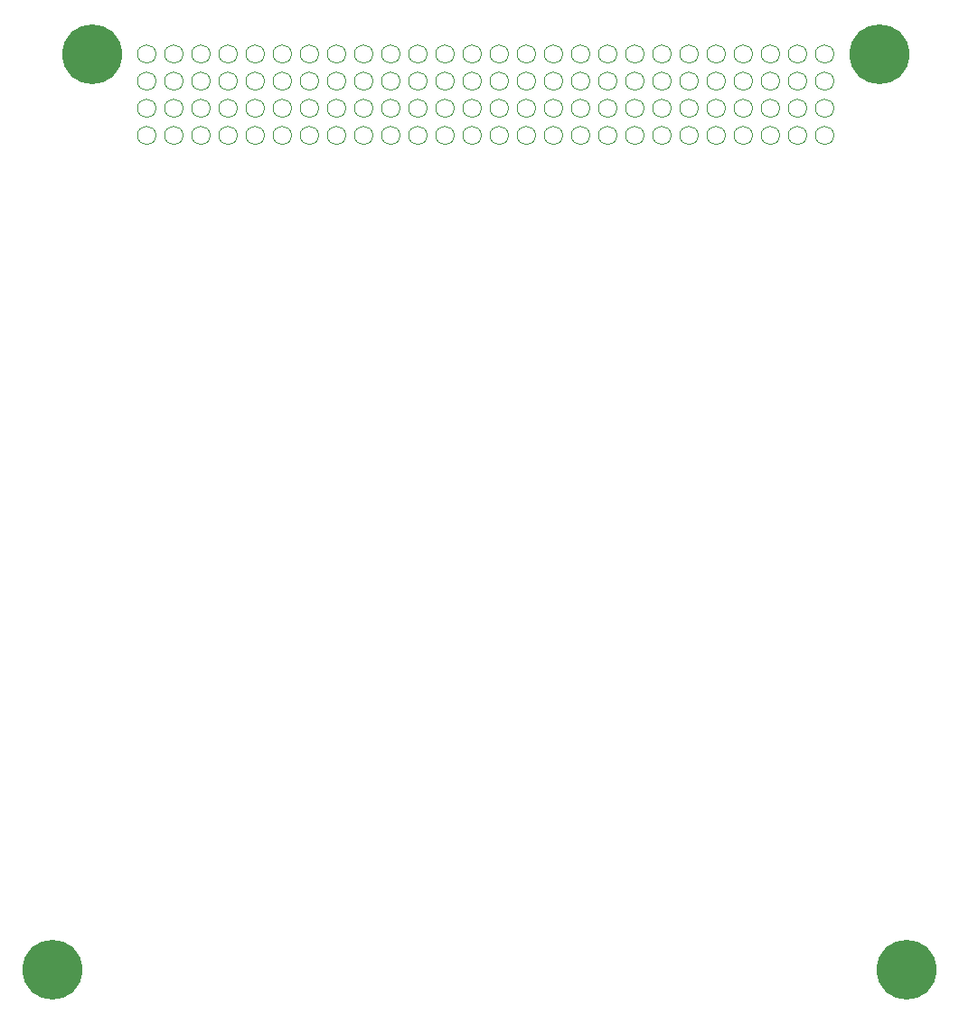
<source format=gts>
G04 #@! TF.GenerationSoftware,KiCad,Pcbnew,7.0.9-1.fc38*
G04 #@! TF.CreationDate,2023-11-17T02:49:10-03:00*
G04 #@! TF.ProjectId,pc104-adapter-top,70633130-342d-4616-9461-707465722d74,v2.1*
G04 #@! TF.SameCoordinates,Original*
G04 #@! TF.FileFunction,Soldermask,Top*
G04 #@! TF.FilePolarity,Negative*
%FSLAX46Y46*%
G04 Gerber Fmt 4.6, Leading zero omitted, Abs format (unit mm)*
G04 Created by KiCad (PCBNEW 7.0.9-1.fc38) date 2023-11-17 02:49:10*
%MOMM*%
%LPD*%
G01*
G04 APERTURE LIST*
%ADD10C,0.100000*%
%ADD11C,5.600000*%
G04 APERTURE END LIST*
D10*
X116011000Y-54636000D02*
G75*
G03*
X116011000Y-54636000I-861000J0D01*
G01*
X116011000Y-57176000D02*
G75*
G03*
X116011000Y-57176000I-861000J0D01*
G01*
X118551000Y-54636000D02*
G75*
G03*
X118551000Y-54636000I-861000J0D01*
G01*
X118551000Y-57176000D02*
G75*
G03*
X118551000Y-57176000I-861000J0D01*
G01*
X121091000Y-54636000D02*
G75*
G03*
X121091000Y-54636000I-861000J0D01*
G01*
X121091000Y-57176000D02*
G75*
G03*
X121091000Y-57176000I-861000J0D01*
G01*
X123631000Y-54636000D02*
G75*
G03*
X123631000Y-54636000I-861000J0D01*
G01*
X123631000Y-57176000D02*
G75*
G03*
X123631000Y-57176000I-861000J0D01*
G01*
X126171000Y-54636000D02*
G75*
G03*
X126171000Y-54636000I-861000J0D01*
G01*
X126171000Y-57176000D02*
G75*
G03*
X126171000Y-57176000I-861000J0D01*
G01*
X128711000Y-54636000D02*
G75*
G03*
X128711000Y-54636000I-861000J0D01*
G01*
X128711000Y-57176000D02*
G75*
G03*
X128711000Y-57176000I-861000J0D01*
G01*
X131251000Y-54636000D02*
G75*
G03*
X131251000Y-54636000I-861000J0D01*
G01*
X131251000Y-57176000D02*
G75*
G03*
X131251000Y-57176000I-861000J0D01*
G01*
X133791000Y-54636000D02*
G75*
G03*
X133791000Y-54636000I-861000J0D01*
G01*
X133791000Y-57176000D02*
G75*
G03*
X133791000Y-57176000I-861000J0D01*
G01*
X136331000Y-54636000D02*
G75*
G03*
X136331000Y-54636000I-861000J0D01*
G01*
X136331000Y-57176000D02*
G75*
G03*
X136331000Y-57176000I-861000J0D01*
G01*
X138871000Y-54636000D02*
G75*
G03*
X138871000Y-54636000I-861000J0D01*
G01*
X138871000Y-57176000D02*
G75*
G03*
X138871000Y-57176000I-861000J0D01*
G01*
X141411000Y-54636000D02*
G75*
G03*
X141411000Y-54636000I-861000J0D01*
G01*
X141411000Y-57176000D02*
G75*
G03*
X141411000Y-57176000I-861000J0D01*
G01*
X143951000Y-54636000D02*
G75*
G03*
X143951000Y-54636000I-861000J0D01*
G01*
X143951000Y-57176000D02*
G75*
G03*
X143951000Y-57176000I-861000J0D01*
G01*
X146491000Y-54636000D02*
G75*
G03*
X146491000Y-54636000I-861000J0D01*
G01*
X146491000Y-57176000D02*
G75*
G03*
X146491000Y-57176000I-861000J0D01*
G01*
X149031000Y-54636000D02*
G75*
G03*
X149031000Y-54636000I-861000J0D01*
G01*
X149031000Y-57176000D02*
G75*
G03*
X149031000Y-57176000I-861000J0D01*
G01*
X151571000Y-54636000D02*
G75*
G03*
X151571000Y-54636000I-861000J0D01*
G01*
X151571000Y-57176000D02*
G75*
G03*
X151571000Y-57176000I-861000J0D01*
G01*
X154111000Y-54636000D02*
G75*
G03*
X154111000Y-54636000I-861000J0D01*
G01*
X154111000Y-57176000D02*
G75*
G03*
X154111000Y-57176000I-861000J0D01*
G01*
X156651000Y-54636000D02*
G75*
G03*
X156651000Y-54636000I-861000J0D01*
G01*
X156651000Y-57176000D02*
G75*
G03*
X156651000Y-57176000I-861000J0D01*
G01*
X159191000Y-54636000D02*
G75*
G03*
X159191000Y-54636000I-861000J0D01*
G01*
X159191000Y-57176000D02*
G75*
G03*
X159191000Y-57176000I-861000J0D01*
G01*
X161731000Y-54636000D02*
G75*
G03*
X161731000Y-54636000I-861000J0D01*
G01*
X161731000Y-57176000D02*
G75*
G03*
X161731000Y-57176000I-861000J0D01*
G01*
X164271000Y-54636000D02*
G75*
G03*
X164271000Y-54636000I-861000J0D01*
G01*
X164271000Y-57176000D02*
G75*
G03*
X164271000Y-57176000I-861000J0D01*
G01*
X166811000Y-54636000D02*
G75*
G03*
X166811000Y-54636000I-861000J0D01*
G01*
X166811000Y-57176000D02*
G75*
G03*
X166811000Y-57176000I-861000J0D01*
G01*
X169351000Y-54636000D02*
G75*
G03*
X169351000Y-54636000I-861000J0D01*
G01*
X169351000Y-57176000D02*
G75*
G03*
X169351000Y-57176000I-861000J0D01*
G01*
X171891000Y-54636000D02*
G75*
G03*
X171891000Y-54636000I-861000J0D01*
G01*
X171891000Y-57176000D02*
G75*
G03*
X171891000Y-57176000I-861000J0D01*
G01*
X174431000Y-54636000D02*
G75*
G03*
X174431000Y-54636000I-861000J0D01*
G01*
X174431000Y-57176000D02*
G75*
G03*
X174431000Y-57176000I-861000J0D01*
G01*
X176971000Y-54636000D02*
G75*
G03*
X176971000Y-54636000I-861000J0D01*
G01*
X176971000Y-57176000D02*
G75*
G03*
X176971000Y-57176000I-861000J0D01*
G01*
X179511000Y-54636000D02*
G75*
G03*
X179511000Y-54636000I-861000J0D01*
G01*
X179511000Y-57176000D02*
G75*
G03*
X179511000Y-57176000I-861000J0D01*
G01*
X116011000Y-59716000D02*
G75*
G03*
X116011000Y-59716000I-861000J0D01*
G01*
X116011000Y-62256000D02*
G75*
G03*
X116011000Y-62256000I-861000J0D01*
G01*
X118551000Y-59716000D02*
G75*
G03*
X118551000Y-59716000I-861000J0D01*
G01*
X118551000Y-62256000D02*
G75*
G03*
X118551000Y-62256000I-861000J0D01*
G01*
X121091000Y-59716000D02*
G75*
G03*
X121091000Y-59716000I-861000J0D01*
G01*
X121091000Y-62256000D02*
G75*
G03*
X121091000Y-62256000I-861000J0D01*
G01*
X123631000Y-59716000D02*
G75*
G03*
X123631000Y-59716000I-861000J0D01*
G01*
X123631000Y-62256000D02*
G75*
G03*
X123631000Y-62256000I-861000J0D01*
G01*
X126171000Y-59716000D02*
G75*
G03*
X126171000Y-59716000I-861000J0D01*
G01*
X126171000Y-62256000D02*
G75*
G03*
X126171000Y-62256000I-861000J0D01*
G01*
X128711000Y-59716000D02*
G75*
G03*
X128711000Y-59716000I-861000J0D01*
G01*
X128711000Y-62256000D02*
G75*
G03*
X128711000Y-62256000I-861000J0D01*
G01*
X131251000Y-59716000D02*
G75*
G03*
X131251000Y-59716000I-861000J0D01*
G01*
X131251000Y-62256000D02*
G75*
G03*
X131251000Y-62256000I-861000J0D01*
G01*
X133791000Y-59716000D02*
G75*
G03*
X133791000Y-59716000I-861000J0D01*
G01*
X133791000Y-62256000D02*
G75*
G03*
X133791000Y-62256000I-861000J0D01*
G01*
X136331000Y-59716000D02*
G75*
G03*
X136331000Y-59716000I-861000J0D01*
G01*
X136331000Y-62256000D02*
G75*
G03*
X136331000Y-62256000I-861000J0D01*
G01*
X138871000Y-59716000D02*
G75*
G03*
X138871000Y-59716000I-861000J0D01*
G01*
X138871000Y-62256000D02*
G75*
G03*
X138871000Y-62256000I-861000J0D01*
G01*
X141411000Y-59716000D02*
G75*
G03*
X141411000Y-59716000I-861000J0D01*
G01*
X141411000Y-62256000D02*
G75*
G03*
X141411000Y-62256000I-861000J0D01*
G01*
X143951000Y-59716000D02*
G75*
G03*
X143951000Y-59716000I-861000J0D01*
G01*
X143951000Y-62256000D02*
G75*
G03*
X143951000Y-62256000I-861000J0D01*
G01*
X146491000Y-59716000D02*
G75*
G03*
X146491000Y-59716000I-861000J0D01*
G01*
X146491000Y-62256000D02*
G75*
G03*
X146491000Y-62256000I-861000J0D01*
G01*
X149031000Y-59716000D02*
G75*
G03*
X149031000Y-59716000I-861000J0D01*
G01*
X149031000Y-62256000D02*
G75*
G03*
X149031000Y-62256000I-861000J0D01*
G01*
X151571000Y-59716000D02*
G75*
G03*
X151571000Y-59716000I-861000J0D01*
G01*
X151571000Y-62256000D02*
G75*
G03*
X151571000Y-62256000I-861000J0D01*
G01*
X154111000Y-59716000D02*
G75*
G03*
X154111000Y-59716000I-861000J0D01*
G01*
X154111000Y-62256000D02*
G75*
G03*
X154111000Y-62256000I-861000J0D01*
G01*
X156651000Y-59716000D02*
G75*
G03*
X156651000Y-59716000I-861000J0D01*
G01*
X156651000Y-62256000D02*
G75*
G03*
X156651000Y-62256000I-861000J0D01*
G01*
X159191000Y-59716000D02*
G75*
G03*
X159191000Y-59716000I-861000J0D01*
G01*
X159191000Y-62256000D02*
G75*
G03*
X159191000Y-62256000I-861000J0D01*
G01*
X161731000Y-59716000D02*
G75*
G03*
X161731000Y-59716000I-861000J0D01*
G01*
X161731000Y-62256000D02*
G75*
G03*
X161731000Y-62256000I-861000J0D01*
G01*
X164271000Y-59716000D02*
G75*
G03*
X164271000Y-59716000I-861000J0D01*
G01*
X164271000Y-62256000D02*
G75*
G03*
X164271000Y-62256000I-861000J0D01*
G01*
X166811000Y-59716000D02*
G75*
G03*
X166811000Y-59716000I-861000J0D01*
G01*
X166811000Y-62256000D02*
G75*
G03*
X166811000Y-62256000I-861000J0D01*
G01*
X169351000Y-59716000D02*
G75*
G03*
X169351000Y-59716000I-861000J0D01*
G01*
X169351000Y-62256000D02*
G75*
G03*
X169351000Y-62256000I-861000J0D01*
G01*
X171891000Y-59716000D02*
G75*
G03*
X171891000Y-59716000I-861000J0D01*
G01*
X171891000Y-62256000D02*
G75*
G03*
X171891000Y-62256000I-861000J0D01*
G01*
X174431000Y-59716000D02*
G75*
G03*
X174431000Y-59716000I-861000J0D01*
G01*
X174431000Y-62256000D02*
G75*
G03*
X174431000Y-62256000I-861000J0D01*
G01*
X176971000Y-59716000D02*
G75*
G03*
X176971000Y-59716000I-861000J0D01*
G01*
X176971000Y-62256000D02*
G75*
G03*
X176971000Y-62256000I-861000J0D01*
G01*
X179511000Y-59716000D02*
G75*
G03*
X179511000Y-59716000I-861000J0D01*
G01*
X179511000Y-62256000D02*
G75*
G03*
X179511000Y-62256000I-861000J0D01*
G01*
D11*
X110050000Y-54636000D03*
X183750000Y-54636000D03*
X106350000Y-140336000D03*
X186350000Y-140336000D03*
M02*

</source>
